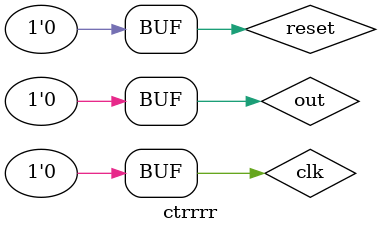
<source format=v>
`timescale 1ns / 1ps


module ctrrrr;

	// Inputs
	reg clk;
	reg out;
	reg reset;

	// Instantiate the Unit Under Test (UUT)
	counterrr uut (
		.clk(clk), 
		.out(out), 
		.reset(reset)
	);

	initial begin
		// Initialize Inputs
		clk = 0;
		out = 0;
		reset = 0;

		// Wait 100 ns for global reset to finish
		#100;
        
		// Add stimulus here

	end
      
endmodule


</source>
